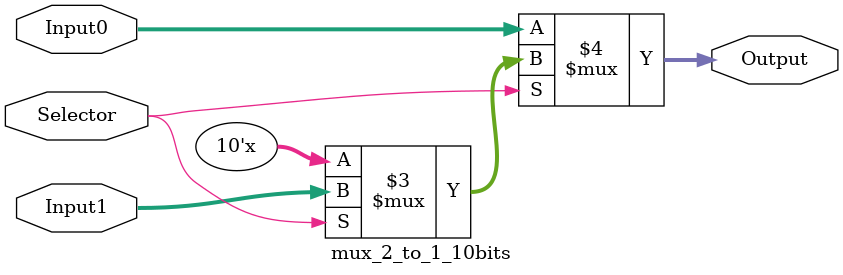
<source format=v>
module mux_2_to_1_10bits(Output, Input0, Input1, Selector);

input [9:0] Input0, Input1;
input Selector;
output [9:0] Output;

assign Output = (Selector == 1'b0) ? Input0 :
		 (Selector == 1'b1) ? Input1 : 10'bx;

endmodule

</source>
